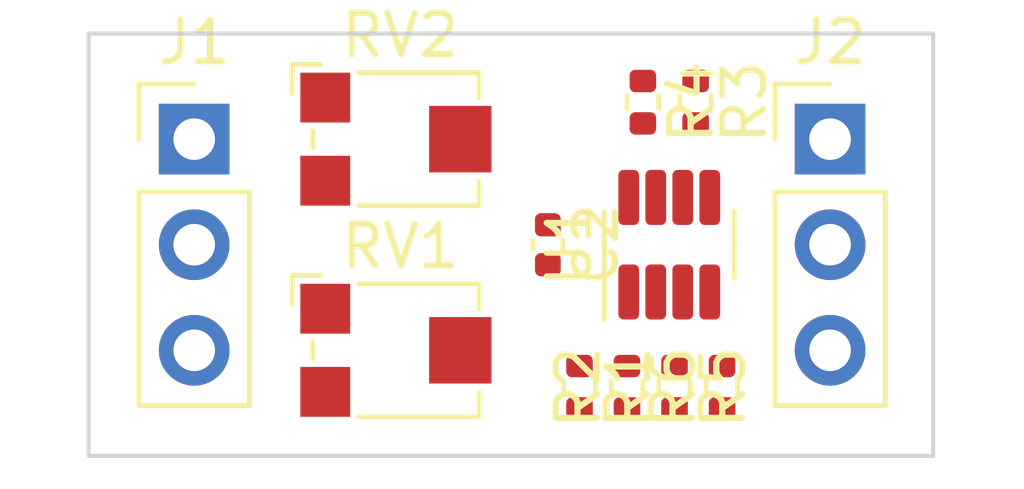
<source format=kicad_pcb>
(kicad_pcb (version 20221018) (generator pcbnew)
  (layers (0 "F.Cu" signal) (31 "B.Cu" signal) (34 "B.Paste" user) (35 "F.Paste" user) (36 "B.SilkS" user "B.Silkscreen") (37 "F.SilkS" user "F.Silkscreen") (38 "B.Mask" user) (39 "F.Mask" user) (44 "Edge.Cuts" user))
  (net 0 "")
  (net 1 "VCC")
  (net 2 "GND")
  (net 3 "Net-(J1-Pin_2)")
  (net 4 "Net-(J2-Pin_2)")
  (net 5 "Net-(R1-Pad1)")
  (net 6 "Net-(U1A--)")
  (net 7 "Net-(R2-Pad2)")
  (net 8 "Net-(U1B--)")
  (net 9 "Net-(U1A-+)")
  (net 10 "Net-(U1B-+)")
  (footprint "Package_TO_SOT_SMD:SOT-23-8" (layer "F.Cu") (at 151.13 93.98 90)
    (fp_text reference "U1" (at 0 -2.4 90) (layer "F.SilkS"))
    (fp_text value "LMV358")
    (fp_line (start 0 -1.56) (end -1.8 -1.56) (stroke (width 0.12)) (layer "F.SilkS"))
    (fp_line (start 0 -1.56) (end 0.8 -1.56) (stroke (width 0.12)) (layer "F.SilkS"))
    (fp_line (start 0 1.56) (end -0.8 1.56) (stroke (width 0.12)) (layer "F.SilkS"))
    (fp_line (start 0 1.56) (end 0.8 1.56) (stroke (width 0.12)) (layer "F.SilkS"))
    (pad "1" smd roundrect (at -1.1375 -0.975 90) (size 1.325 0.5) (layers "F.Cu" "F.Paste" "F.Mask") (net 7 "Net-(R2-Pad2)"))
    (pad "2" smd roundrect (at -1.1375 -0.325 90) (size 1.325 0.5) (layers "F.Cu" "F.Paste" "F.Mask") (net 6 "Net-(U1A--)"))
    (pad "3" smd roundrect (at -1.1375 0.325 90) (size 1.325 0.5) (layers "F.Cu" "F.Paste" "F.Mask") (net 9 "Net-(U1A-+)"))
    (pad "4" smd roundrect (at -1.1375 0.975 90) (size 1.325 0.5) (layers "F.Cu" "F.Paste" "F.Mask") (net 2 "GND"))
    (pad "5" smd roundrect (at 1.1375 0.975 90) (size 1.325 0.5) (layers "F.Cu" "F.Paste" "F.Mask") (net 10 "Net-(U1B-+)"))
    (pad "6" smd roundrect (at 1.1375 0.325 90) (size 1.325 0.5) (layers "F.Cu" "F.Paste" "F.Mask") (net 8 "Net-(U1B--)"))
    (pad "7" smd roundrect (at 1.1375 -0.325 90) (size 1.325 0.5) (layers "F.Cu" "F.Paste" "F.Mask") (net 4 "Net-(J2-Pin_2)"))
    (pad "8" smd roundrect (at 1.1375 -0.975 90) (size 1.325 0.5) (layers "F.Cu" "F.Paste" "F.Mask") (net 1 "VCC"))
  )
  (footprint "Resistor_SMD:R_0402_1005Metric" (layer "F.Cu") (at 150.495 90.551 -90)
    (fp_text reference "R4" (at 0 -1.17 90) (layer "F.SilkS"))
    (fp_text value "100k")
    (fp_line (start -0.153641 -0.38) (end 0.153641 -0.38) (stroke (width 0.12)) (layer "F.SilkS"))
    (fp_line (start -0.153641 0.38) (end 0.153641 0.38) (stroke (width 0.12)) (layer "F.SilkS"))
    (pad "1" smd roundrect (at -0.51 0 270) (size 0.54 0.64) (layers "F.Cu" "F.Paste" "F.Mask") (net 8 "Net-(U1B--)"))
    (pad "2" smd roundrect (at 0.51 0 270) (size 0.54 0.64) (layers "F.Cu" "F.Paste" "F.Mask") (net 4 "Net-(J2-Pin_2)"))
  )
  (footprint "Potentiometer_SMD:Potentiometer_Bourns_TC33X_Vertical" (layer "F.Cu") (at 144.653 96.52)
    (fp_text reference "RV1" (at 0 -2.5) (layer "F.SilkS"))
    (fp_text value "1k")
    (fp_line (start -2.6 -1.8) (end -2.6 -1.1) (stroke (width 0.12)) (layer "F.SilkS"))
    (fp_line (start -2.1 -0.2) (end -2.1 0.2) (stroke (width 0.12)) (layer "F.SilkS"))
    (fp_line (start -1.9 -1.8) (end -2.6 -1.8) (stroke (width 0.12)) (layer "F.SilkS"))
    (fp_line (start -1 -1.6) (end 1.9 -1.6) (stroke (width 0.12)) (layer "F.SilkS"))
    (fp_line (start -1 1.6) (end 1.9 1.6) (stroke (width 0.12)) (layer "F.SilkS"))
    (fp_line (start 1.9 -1.6) (end 1.9 -1) (stroke (width 0.12)) (layer "F.SilkS"))
    (fp_line (start 1.9 1.6) (end 1.9 1) (stroke (width 0.12)) (layer "F.SilkS"))
    (pad "1" smd rect (at -1.8 -1) (size 1.2 1.2) (layers "F.Cu" "F.Paste" "F.Mask") (net 1 "VCC"))
    (pad "2" smd rect (at 1.45 0) (size 1.5 1.6) (layers "F.Cu" "F.Paste" "F.Mask") (net 5 "Net-(R1-Pad1)"))
    (pad "3" smd rect (at -1.8 1) (size 1.2 1.2) (layers "F.Cu" "F.Paste" "F.Mask") (net 2 "GND"))
  )
  (footprint "Resistor_SMD:R_0402_1005Metric" (layer "F.Cu") (at 151.765 90.551 -90)
    (fp_text reference "R3" (at 0 -1.17 90) (layer "F.SilkS"))
    (fp_text value "20k")
    (fp_line (start -0.153641 -0.38) (end 0.153641 -0.38) (stroke (width 0.12)) (layer "F.SilkS"))
    (fp_line (start -0.153641 0.38) (end 0.153641 0.38) (stroke (width 0.12)) (layer "F.SilkS"))
    (pad "1" smd roundrect (at -0.51 0 270) (size 0.54 0.64) (layers "F.Cu" "F.Paste" "F.Mask") (net 2 "GND"))
    (pad "2" smd roundrect (at 0.51 0 270) (size 0.54 0.64) (layers "F.Cu" "F.Paste" "F.Mask") (net 8 "Net-(U1B--)"))
  )
  (footprint "Resistor_SMD:R_0402_1005Metric" (layer "F.Cu") (at 152.4 97.409 90)
    (fp_text reference "R6" (at 0 -1.17 90) (layer "F.SilkS"))
    (fp_text value "100k")
    (fp_line (start -0.153641 -0.38) (end 0.153641 -0.38) (stroke (width 0.12)) (layer "F.SilkS"))
    (fp_line (start -0.153641 0.38) (end 0.153641 0.38) (stroke (width 0.12)) (layer "F.SilkS"))
    (pad "1" smd roundrect (at -0.51 0 90) (size 0.54 0.64) (layers "F.Cu" "F.Paste" "F.Mask") (net 2 "GND"))
    (pad "2" smd roundrect (at 0.51 0 90) (size 0.54 0.64) (layers "F.Cu" "F.Paste" "F.Mask") (net 9 "Net-(U1A-+)"))
  )
  (footprint "Resistor_SMD:R_0402_1005Metric" (layer "F.Cu") (at 148.971 97.409 -90)
    (fp_text reference "R1" (at 0 -1.17 90) (layer "F.SilkS"))
    (fp_text value "100k")
    (fp_line (start -0.153641 -0.38) (end 0.153641 -0.38) (stroke (width 0.12)) (layer "F.SilkS"))
    (fp_line (start -0.153641 0.38) (end 0.153641 0.38) (stroke (width 0.12)) (layer "F.SilkS"))
    (pad "1" smd roundrect (at -0.51 0 270) (size 0.54 0.64) (layers "F.Cu" "F.Paste" "F.Mask") (net 5 "Net-(R1-Pad1)"))
    (pad "2" smd roundrect (at 0.51 0 270) (size 0.54 0.64) (layers "F.Cu" "F.Paste" "F.Mask") (net 6 "Net-(U1A--)"))
  )
  (footprint "Resistor_SMD:R_0402_1005Metric" (layer "F.Cu") (at 150.114 97.409 90)
    (fp_text reference "R2" (at 0 -1.17 90) (layer "F.SilkS"))
    (fp_text value "100k")
    (fp_line (start -0.153641 -0.38) (end 0.153641 -0.38) (stroke (width 0.12)) (layer "F.SilkS"))
    (fp_line (start -0.153641 0.38) (end 0.153641 0.38) (stroke (width 0.12)) (layer "F.SilkS"))
    (pad "1" smd roundrect (at -0.51 0 90) (size 0.54 0.64) (layers "F.Cu" "F.Paste" "F.Mask") (net 6 "Net-(U1A--)"))
    (pad "2" smd roundrect (at 0.51 0 90) (size 0.54 0.64) (layers "F.Cu" "F.Paste" "F.Mask") (net 7 "Net-(R2-Pad2)"))
  )
  (footprint "Resistor_SMD:R_0402_1005Metric" (layer "F.Cu") (at 151.257 97.409 -90)
    (fp_text reference "R5" (at 0 -1.17 90) (layer "F.SilkS"))
    (fp_text value "100k")
    (fp_line (start -0.153641 -0.38) (end 0.153641 -0.38) (stroke (width 0.12)) (layer "F.SilkS"))
    (fp_line (start -0.153641 0.38) (end 0.153641 0.38) (stroke (width 0.12)) (layer "F.SilkS"))
    (pad "1" smd roundrect (at -0.51 0 270) (size 0.54 0.64) (layers "F.Cu" "F.Paste" "F.Mask") (net 9 "Net-(U1A-+)"))
    (pad "2" smd roundrect (at 0.51 0 270) (size 0.54 0.64) (layers "F.Cu" "F.Paste" "F.Mask") (net 3 "Net-(J1-Pin_2)"))
  )
  (footprint "Potentiometer_SMD:Potentiometer_Bourns_TC33X_Vertical" (layer "F.Cu") (at 144.653 91.44)
    (fp_text reference "RV2" (at 0 -2.5) (layer "F.SilkS"))
    (fp_text value "1k")
    (fp_line (start -2.6 -1.8) (end -2.6 -1.1) (stroke (width 0.12)) (layer "F.SilkS"))
    (fp_line (start -2.1 -0.2) (end -2.1 0.2) (stroke (width 0.12)) (layer "F.SilkS"))
    (fp_line (start -1.9 -1.8) (end -2.6 -1.8) (stroke (width 0.12)) (layer "F.SilkS"))
    (fp_line (start -1 -1.6) (end 1.9 -1.6) (stroke (width 0.12)) (layer "F.SilkS"))
    (fp_line (start -1 1.6) (end 1.9 1.6) (stroke (width 0.12)) (layer "F.SilkS"))
    (fp_line (start 1.9 -1.6) (end 1.9 -1) (stroke (width 0.12)) (layer "F.SilkS"))
    (fp_line (start 1.9 1.6) (end 1.9 1) (stroke (width 0.12)) (layer "F.SilkS"))
    (pad "1" smd rect (at -1.8 -1) (size 1.2 1.2) (layers "F.Cu" "F.Paste" "F.Mask") (net 7 "Net-(R2-Pad2)"))
    (pad "2" smd rect (at 1.45 0) (size 1.5 1.6) (layers "F.Cu" "F.Paste" "F.Mask") (net 10 "Net-(U1B-+)"))
    (pad "3" smd rect (at -1.8 1) (size 1.2 1.2) (layers "F.Cu" "F.Paste" "F.Mask") (net 2 "GND"))
  )
  (footprint "Capacitor_SMD:C_0402_1005Metric" (layer "F.Cu") (at 148.209 93.98 -90)
    (fp_text reference "C2" (at 0 -1.16 90) (layer "F.SilkS"))
    (fp_text value "100n")
    (fp_line (start -0.107836 -0.36) (end 0.107836 -0.36) (stroke (width 0.12)) (layer "F.SilkS"))
    (fp_line (start -0.107836 0.36) (end 0.107836 0.36) (stroke (width 0.12)) (layer "F.SilkS"))
    (pad "1" smd roundrect (at -0.48 0 270) (size 0.56 0.62) (layers "F.Cu" "F.Paste" "F.Mask") (net 1 "VCC"))
    (pad "2" smd roundrect (at 0.48 0 270) (size 0.56 0.62) (layers "F.Cu" "F.Paste" "F.Mask") (net 2 "GND"))
  )
  (footprint "Connector_PinHeader_2.54mm:PinHeader_1x03_P2.54mm_Vertical" (layer "F.Cu") (at 139.7 91.44)
    (fp_text reference "J1" (at 0 -2.33) (layer "F.SilkS"))
    (fp_text value "Conn_01x03")
    (fp_line (start -1.33 -1.33) (end 0 -1.33) (stroke (width 0.12)) (layer "F.SilkS"))
    (fp_line (start -1.33 0) (end -1.33 -1.33) (stroke (width 0.12)) (layer "F.SilkS"))
    (fp_line (start -1.33 1.27) (end -1.33 6.41) (stroke (width 0.12)) (layer "F.SilkS"))
    (fp_line (start -1.33 1.27) (end 1.33 1.27) (stroke (width 0.12)) (layer "F.SilkS"))
    (fp_line (start -1.33 6.41) (end 1.33 6.41) (stroke (width 0.12)) (layer "F.SilkS"))
    (fp_line (start 1.33 1.27) (end 1.33 6.41) (stroke (width 0.12)) (layer "F.SilkS"))
    (pad "1" thru_hole rect (at 0 0) (size 1.7 1.7) (drill 1) (layers "*.Cu" "*.Mask") (net 1 "VCC"))
    (pad "2" thru_hole oval (at 0 2.54) (size 1.7 1.7) (drill 1) (layers "*.Cu" "*.Mask") (net 3 "Net-(J1-Pin_2)"))
    (pad "3" thru_hole oval (at 0 5.08) (size 1.7 1.7) (drill 1) (layers "*.Cu" "*.Mask") (net 2 "GND"))
  )
  (footprint "Connector_PinHeader_2.54mm:PinHeader_1x03_P2.54mm_Vertical" (layer "F.Cu") (at 155 91.44)
    (fp_text reference "J2" (at 0 -2.33) (layer "F.SilkS"))
    (fp_text value "Conn_01x03")
    (fp_line (start -1.33 -1.33) (end 0 -1.33) (stroke (width 0.12)) (layer "F.SilkS"))
    (fp_line (start -1.33 0) (end -1.33 -1.33) (stroke (width 0.12)) (layer "F.SilkS"))
    (fp_line (start -1.33 1.27) (end -1.33 6.41) (stroke (width 0.12)) (layer "F.SilkS"))
    (fp_line (start -1.33 1.27) (end 1.33 1.27) (stroke (width 0.12)) (layer "F.SilkS"))
    (fp_line (start -1.33 6.41) (end 1.33 6.41) (stroke (width 0.12)) (layer "F.SilkS"))
    (fp_line (start 1.33 1.27) (end 1.33 6.41) (stroke (width 0.12)) (layer "F.SilkS"))
    (pad "1" thru_hole rect (at 0 0) (size 1.7 1.7) (drill 1) (layers "*.Cu" "*.Mask") (net 1 "VCC"))
    (pad "2" thru_hole oval (at 0 2.54) (size 1.7 1.7) (drill 1) (layers "*.Cu" "*.Mask") (net 4 "Net-(J2-Pin_2)"))
    (pad "3" thru_hole oval (at 0 5.08) (size 1.7 1.7) (drill 1) (layers "*.Cu" "*.Mask") (net 2 "GND"))
  )
  (gr_rect (start 137.16 88.9) (end 157.48 99.06) (stroke (width 0.1)) (fill none) (layer "Edge.Cuts"))
)
</source>
